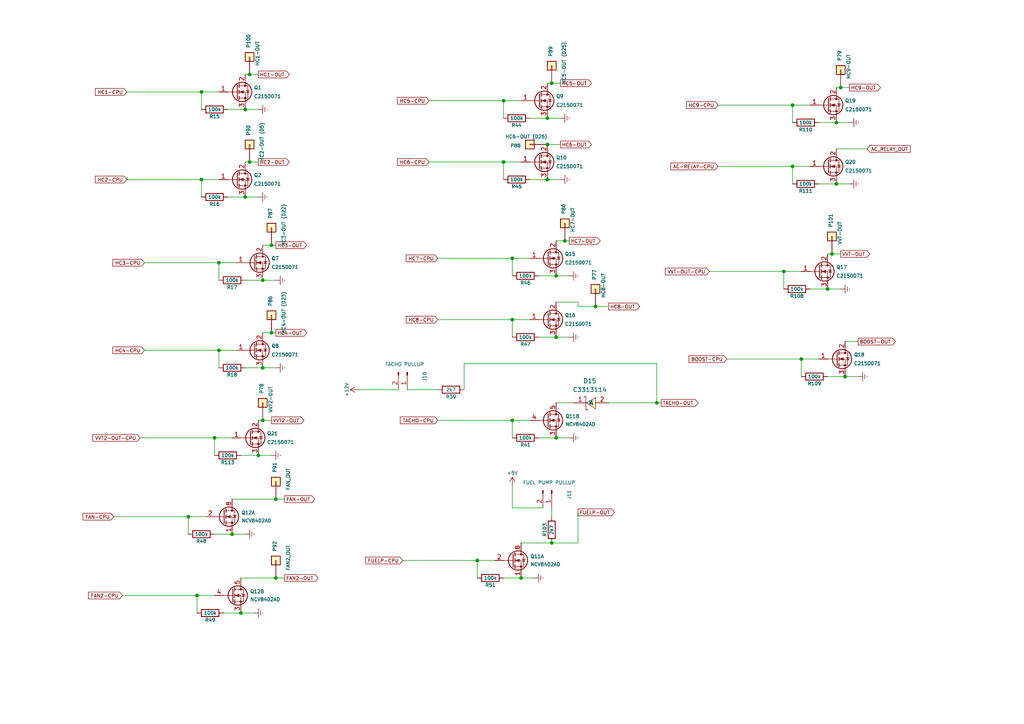
<source format=kicad_sch>
(kicad_sch (version 20231120) (generator "eeschema") (generator_version "8.0")
  (paper "A4")
  (lib_symbols
    (symbol "Connector:Conn_01x02_Pin" (pin_names (offset 1.016) hide)
      (property "Reference" "J" (at 0 2.54 0))
      (property "Value" "Conn_01x02_Pin" (at 0 -5.08 0))
      (symbol "Conn_01x02_Pin_1_1"
        (polyline (pts (xy 1.27 -2.54) (xy 0.8636 -2.54)) (stroke (width 0.1524)))
        (polyline (pts (xy 1.27 0) (xy 0.8636 0)) (stroke (width 0.1524)))
        (rectangle (start 0.8636 -2.413) (end 0 -2.667) (stroke (width 0.1524)) (fill (type outline)))
        (rectangle (start 0.8636 0.127) (end 0 -0.127) (stroke (width 0.1524)) (fill (type outline)))
        (pin passive line (at 5.08 0 180) (length 3.81) (name "Pin_1") (number "1"))
        (pin passive line (at 5.08 -2.54 180) (length 3.81) (name "Pin_2") (number "2"))
      )
    )
    (symbol "Device:Q_NMOS_GDS" (pin_names (offset 0) hide)
      (property "Reference" "Q" (at 5.08 1.27 0))
      (property "Value" "Q_NMOS_GDS" (at 5.08 -1.27 0))
      (symbol "Q_NMOS_GDS_0_1"
        (polyline (pts (xy 0.254 0) (xy -2.54 0)))
        (polyline (pts (xy 0.254 1.905) (xy 0.254 -1.905)) (stroke (width 0.254)))
        (polyline (pts (xy 0.762 -1.27) (xy 0.762 -2.286)) (stroke (width 0.254)))
        (polyline (pts (xy 0.762 0.508) (xy 0.762 -0.508)) (stroke (width 0.254)))
        (polyline (pts (xy 0.762 2.286) (xy 0.762 1.27)) (stroke (width 0.254)))
        (polyline (pts (xy 2.54 2.54) (xy 2.54 1.778)))
        (polyline (pts (xy 2.54 -2.54) (xy 2.54 0) (xy 0.762 0)))
        (polyline (pts (xy 0.762 -1.778) (xy 3.302 -1.778) (xy 3.302 1.778) (xy 0.762 1.778)))
        (polyline (pts (xy 1.016 0) (xy 2.032 0.381) (xy 2.032 -0.381) (xy 1.016 0)) (fill (type outline)))
        (polyline (pts (xy 2.794 0.508) (xy 2.921 0.381) (xy 3.683 0.381) (xy 3.81 0.254)))
        (polyline (pts (xy 3.302 0.381) (xy 2.921 -0.254) (xy 3.683 -0.254) (xy 3.302 0.381)))
        (circle (center 1.651 0) (radius 2.794) (stroke (width 0.254)))
        (circle (center 2.54 -1.778) (radius 0.254) (fill (type outline)))
        (circle (center 2.54 1.778) (radius 0.254) (fill (type outline)))
      )
      (symbol "Q_NMOS_GDS_1_1"
        (pin input line (at -5.08 0 0) (length 2.54) (name "G") (number "1"))
        (pin passive line (at 2.54 5.08 270) (length 2.54) (name "D") (number "2"))
        (pin passive line (at 2.54 -5.08 90) (length 2.54) (name "S") (number "3"))
      )
    )
    (symbol "Device:R" (pin_numbers hide) (pin_names (offset 0))
      (property "Reference" "R" (at 2.032 0 90))
      (property "Value" "R" (at 0 0 90))
      (symbol "R_0_1"
        (rectangle (start -1.016 -2.54) (end 1.016 2.54) (stroke (width 0.254)))
      )
      (symbol "R_1_1"
        (pin passive line (at 0 3.81 270) (length 1.27) (name "~") (number "1"))
        (pin passive line (at 0 -3.81 90) (length 1.27) (name "~") (number "2"))
      )
    )
    (symbol "STS2DNE60_1" (pin_names hide)
      (property "Reference" "Q" (at 5.08 1.905 0))
      (property "Value" "STS2DNE60" (at 5.08 0 0))
      (symbol "STS2DNE60_1_0_1"
        (polyline (pts (xy 0.254 0) (xy -2.54 0)))
        (polyline (pts (xy 0.254 1.905) (xy 0.254 -1.905)) (stroke (width 0.254)))
        (polyline (pts (xy 0.762 -1.27) (xy 0.762 -2.286)) (stroke (width 0.254)))
        (polyline (pts (xy 0.762 0.508) (xy 0.762 -0.508)) (stroke (width 0.254)))
        (polyline (pts (xy 0.762 2.286) (xy 0.762 1.27)) (stroke (width 0.254)))
        (polyline (pts (xy 2.54 2.54) (xy 2.54 1.778)))
        (polyline (pts (xy 2.54 -2.54) (xy 2.54 0) (xy 0.762 0)))
        (polyline (pts (xy 0.762 -1.778) (xy 3.302 -1.778) (xy 3.302 1.778) (xy 0.762 1.778)))
        (polyline (pts (xy 1.016 0) (xy 2.032 0.381) (xy 2.032 -0.381) (xy 1.016 0)) (fill (type outline)))
        (polyline (pts (xy 2.794 0.508) (xy 2.921 0.381) (xy 3.683 0.381) (xy 3.81 0.254)))
        (polyline (pts (xy 3.302 0.381) (xy 2.921 -0.254) (xy 3.683 -0.254) (xy 3.302 0.381)))
        (circle (center 1.651 0) (radius 2.794) (stroke (width 0.254)))
        (circle (center 2.54 -1.778) (radius 0.254) (fill (type outline)))
        (circle (center 2.54 1.778) (radius 0.254) (fill (type outline)))
      )
      (symbol "STS2DNE60_1_1_1"
        (pin passive line (at 2.54 -5.08 90) (length 2.54) (name "S1") (number "1"))
        (pin passive line (at -5.08 0 0) (length 2.54) (name "G1") (number "2"))
        (pin passive line (at 2.54 5.08 270) (length 2.54) (name "D1") (number "7"))
        (pin passive line (at 2.54 5.08 270) (length 2.54) hide (name "D1") (number "8"))
      )
      (symbol "STS2DNE60_1_2_1"
        (pin passive line (at 2.54 -5.08 90) (length 2.54) (name "S2") (number "3"))
        (pin passive line (at -5.08 0 0) (length 2.54) (name "G2") (number "4"))
        (pin passive line (at 2.54 5.08 270) (length 2.54) (name "D2") (number "5"))
        (pin passive line (at 2.54 5.08 270) (length 2.54) hide (name "D2") (number "6"))
      )
    )
    (symbol "Transistor_FET:STS2DNE60" (pin_names hide)
      (property "Reference" "Q" (at 5.08 1.905 0))
      (property "Value" "STS2DNE60" (at 5.08 0 0))
      (symbol "STS2DNE60_0_1"
        (polyline (pts (xy 0.254 0) (xy -2.54 0)))
        (polyline (pts (xy 0.254 1.905) (xy 0.254 -1.905)) (stroke (width 0.254)))
        (polyline (pts (xy 0.762 -1.27) (xy 0.762 -2.286)) (stroke (width 0.254)))
        (polyline (pts (xy 0.762 0.508) (xy 0.762 -0.508)) (stroke (width 0.254)))
        (polyline (pts (xy 0.762 2.286) (xy 0.762 1.27)) (stroke (width 0.254)))
        (polyline (pts (xy 2.54 2.54) (xy 2.54 1.778)))
        (polyline (pts (xy 2.54 -2.54) (xy 2.54 0) (xy 0.762 0)))
        (polyline (pts (xy 0.762 -1.778) (xy 3.302 -1.778) (xy 3.302 1.778) (xy 0.762 1.778)))
        (polyline (pts (xy 1.016 0) (xy 2.032 0.381) (xy 2.032 -0.381) (xy 1.016 0)) (fill (type outline)))
        (polyline (pts (xy 2.794 0.508) (xy 2.921 0.381) (xy 3.683 0.381) (xy 3.81 0.254)))
        (polyline (pts (xy 3.302 0.381) (xy 2.921 -0.254) (xy 3.683 -0.254) (xy 3.302 0.381)))
        (circle (center 1.651 0) (radius 2.794) (stroke (width 0.254)))
        (circle (center 2.54 -1.778) (radius 0.254) (fill (type outline)))
        (circle (center 2.54 1.778) (radius 0.254) (fill (type outline)))
      )
      (symbol "STS2DNE60_1_1"
        (pin passive line (at 2.54 -5.08 90) (length 2.54) (name "S1") (number "1"))
        (pin passive line (at -5.08 0 0) (length 2.54) (name "G1") (number "2"))
        (pin passive line (at 2.54 5.08 270) (length 2.54) hide (name "D1") (number "7"))
        (pin passive line (at 2.54 5.08 270) (length 2.54) (name "D1") (number "8"))
      )
      (symbol "STS2DNE60_2_1"
        (pin passive line (at 2.54 -5.08 90) (length 2.54) (name "S2") (number "3"))
        (pin passive line (at -5.08 0 0) (length 2.54) (name "G2") (number "4"))
        (pin passive line (at 2.54 5.08 270) (length 2.54) (name "D2") (number "5"))
        (pin passive line (at 2.54 5.08 270) (length 2.54) hide (name "D2") (number "6"))
      )
    )
    (symbol "easyeda2kicad:1PS79SB70,115"
      (property "Reference" "D" (at 0 5.08 0))
      (property "Value" "1PS79SB70,115" (at 0 -5.08 0))
      (symbol "1PS79SB70,115_0_1"
        (polyline (pts (xy 1.27 1.52) (xy -1.27 0) (xy 1.27 -1.78) (xy 1.27 1.52)) (fill (type background)))
        (polyline (pts (xy -2.03 1.52) (xy -2.03 1.78) (xy -1.52 1.78) (xy -1.52 -2.03) (xy -1.02 -2.03) (xy -1.02 -1.78)))
        (pin unspecified line (at -5.08 0 0) (length 3.81) (name "K") (number "1"))
        (pin unspecified line (at 5.08 0 180) (length 3.81) (name "A") (number "2"))
      )
    )
    (symbol "misc:Pad" (pin_numbers hide) (pin_names (offset 1.016) hide)
      (property "Reference" "P" (at 2.54 0 0))
      (symbol "Pad_1_1"
        (rectangle (start -1.27 0.127) (end 0 -0.127) (stroke (width 0.1524)))
        (rectangle (start -1.27 1.27) (end 1.27 -1.27) (stroke (width 0.254)) (fill (type background)))
        (pin passive line (at -5.08 0 0) (length 3.81) (name "Pin_1") (number "1"))
      )
    )
    (symbol "power:+12V" (power) (pin_names (offset 0))
      (property "Value" "+12V" (at 0 3.556 0))
      (symbol "+12V_0_1"
        (polyline (pts (xy -0.762 1.27) (xy 0 2.54)))
        (polyline (pts (xy 0 0) (xy 0 2.54)))
        (polyline (pts (xy 0 2.54) (xy 0.762 1.27)))
      )
      (symbol "+12V_1_1"
        (pin power_in line (at 0 0 90) (length 0) hide (name "+12V") (number "1"))
      )
    )
    (symbol "power:+5V" (power) (pin_names (offset 0))
      (property "Value" "+5V" (at 0 3.556 0))
      (symbol "+5V_0_1"
        (polyline (pts (xy -0.762 1.27) (xy 0 2.54)))
        (polyline (pts (xy 0 0) (xy 0 2.54)))
        (polyline (pts (xy 0 2.54) (xy 0.762 1.27)))
      )
      (symbol "+5V_1_1"
        (pin power_in line (at 0 0 90) (length 0) hide (name "+5V") (number "1"))
      )
    )
    (symbol "power:Earth" (power) (pin_names (offset 0))
      (symbol "Earth_0_1"
        (polyline (pts (xy -0.635 -1.905) (xy 0.635 -1.905)))
        (polyline (pts (xy -0.127 -2.54) (xy 0.127 -2.54)))
        (polyline (pts (xy 0 -1.27) (xy 0 0)))
        (polyline (pts (xy 1.27 -1.27) (xy -1.27 -1.27)))
      )
      (symbol "Earth_1_1"
        (pin power_in line (at 0 0 270) (length 0) hide (name "Earth") (number "1"))
      )
    )
  )
  (junction (at 58.42 26.67))
  (junction (at 146.05 46.99))
  (junction (at 148.59 92.71))
  (junction (at 158.75 41.91))
  (junction (at 67.31 154.94))
  (junction (at 243.84 25.4))
  (junction (at 161.29 127))
  (junction (at 245.11 109.22))
  (junction (at 76.2 81.28))
  (junction (at 63.5 76.2))
  (junction (at 146.05 29.21))
  (junction (at 160.02 157.48))
  (junction (at 229.87 48.26))
  (junction (at 242.57 35.56))
  (junction (at 158.75 34.29))
  (junction (at 160.02 24.13))
  (junction (at 172.72 88.9))
  (junction (at 76.2 121.92))
  (junction (at 80.01 167.64))
  (junction (at 72.39 21.59))
  (junction (at 232.41 104.14))
  (junction (at 72.39 46.99))
  (junction (at 63.5 101.6))
  (junction (at 229.87 30.48))
  (junction (at 151.13 167.64))
  (junction (at 138.43 162.56))
  (junction (at 74.93 132.08))
  (junction (at 161.29 80.01))
  (junction (at 227.33 78.74))
  (junction (at 161.29 97.79))
  (junction (at 240.03 83.82))
  (junction (at 163.83 69.85))
  (junction (at 148.59 121.92))
  (junction (at 69.85 177.8))
  (junction (at 78.74 71.12))
  (junction (at 58.42 52.07))
  (junction (at 54.61 149.86))
  (junction (at 158.75 52.07))
  (junction (at 78.74 96.52))
  (junction (at 148.59 74.93))
  (junction (at 76.2 106.68))
  (junction (at 62.23 127))
  (junction (at 241.3 73.66))
  (junction (at 190.5 116.84))
  (junction (at 57.15 172.72))
  (junction (at 80.01 144.78))
  (junction (at 71.12 31.75))
  (junction (at 242.57 53.34))
  (junction (at 71.12 57.15))
  (wire (pts (xy 229.87 35.56) (xy 229.87 30.48)))
  (wire (pts (xy 160.02 147.32) (xy 160.02 149.86)))
  (wire (pts (xy 36.83 26.67) (xy 58.42 26.67)))
  (wire (pts (xy 63.5 81.28) (xy 63.5 76.2)))
  (wire (pts (xy 33.02 149.86) (xy 54.61 149.86)))
  (wire (pts (xy 71.12 81.28) (xy 76.2 81.28)))
  (wire (pts (xy 124.46 29.21) (xy 146.05 29.21)))
  (wire (pts (xy 148.59 97.79) (xy 148.59 92.71)))
  (wire (pts (xy 58.42 57.15) (xy 58.42 52.07)))
  (wire (pts (xy 54.61 154.94) (xy 54.61 149.86)))
  (wire (pts (xy 167.64 157.48) (xy 160.02 157.48)))
  (wire (pts (xy 148.59 140.97) (xy 148.59 147.32)))
  (wire (pts (xy 57.15 172.72) (xy 62.23 172.72)))
  (wire (pts (xy 104.14 113.03) (xy 115.57 113.03)))
  (wire (pts (xy 161.29 80.01) (xy 165.1 80.01)))
  (wire (pts (xy 237.49 35.56) (xy 242.57 35.56)))
  (wire (pts (xy 242.57 53.34) (xy 246.38 53.34)))
  (wire (pts (xy 243.84 25.4) (xy 246.38 25.4)))
  (wire (pts (xy 69.85 167.64) (xy 80.01 167.64)))
  (wire (pts (xy 134.62 105.41) (xy 190.5 105.41)))
  (wire (pts (xy 245.11 109.22) (xy 248.92 109.22)))
  (wire (pts (xy 146.05 52.07) (xy 146.05 46.99)))
  (wire (pts (xy 80.01 167.64) (xy 82.55 167.64)))
  (wire (pts (xy 156.21 80.01) (xy 161.29 80.01)))
  (wire (pts (xy 245.11 99.06) (xy 248.92 99.06)))
  (wire (pts (xy 138.43 162.56) (xy 143.51 162.56)))
  (wire (pts (xy 76.2 71.12) (xy 78.74 71.12)))
  (wire (pts (xy 134.62 105.41) (xy 134.62 113.03)))
  (wire (pts (xy 146.05 46.99) (xy 151.13 46.99)))
  (wire (pts (xy 242.57 43.18) (xy 251.46 43.18)))
  (wire (pts (xy 166.37 116.84) (xy 161.29 116.84)))
  (wire (pts (xy 163.83 69.85) (xy 165.1 69.85)))
  (wire (pts (xy 148.59 80.01) (xy 148.59 74.93)))
  (wire (pts (xy 66.04 57.15) (xy 71.12 57.15)))
  (wire (pts (xy 72.39 21.59) (xy 74.93 21.59)))
  (wire (pts (xy 232.41 109.22) (xy 232.41 104.14)))
  (wire (pts (xy 58.42 26.67) (xy 63.5 26.67)))
  (wire (pts (xy 127 121.92) (xy 148.59 121.92)))
  (wire (pts (xy 156.21 127) (xy 161.29 127)))
  (wire (pts (xy 161.29 69.85) (xy 163.83 69.85)))
  (wire (pts (xy 208.28 48.26) (xy 229.87 48.26)))
  (wire (pts (xy 146.05 34.29) (xy 146.05 29.21)))
  (wire (pts (xy 167.64 148.59) (xy 167.64 157.48)))
  (wire (pts (xy 138.43 167.64) (xy 138.43 162.56)))
  (wire (pts (xy 69.85 177.8) (xy 73.66 177.8)))
  (wire (pts (xy 127 92.71) (xy 148.59 92.71)))
  (wire (pts (xy 69.85 132.08) (xy 74.93 132.08)))
  (wire (pts (xy 41.91 76.2) (xy 63.5 76.2)))
  (wire (pts (xy 71.12 57.15) (xy 74.93 57.15)))
  (wire (pts (xy 71.12 106.68) (xy 76.2 106.68)))
  (wire (pts (xy 63.5 101.6) (xy 68.58 101.6)))
  (wire (pts (xy 190.5 116.84) (xy 191.77 116.84)))
  (wire (pts (xy 167.64 87.63) (xy 161.29 87.63)))
  (wire (pts (xy 210.82 104.14) (xy 232.41 104.14)))
  (wire (pts (xy 153.67 34.29) (xy 158.75 34.29)))
  (wire (pts (xy 158.75 24.13) (xy 160.02 24.13)))
  (wire (pts (xy 241.3 73.66) (xy 243.84 73.66)))
  (wire (pts (xy 229.87 48.26) (xy 234.95 48.26)))
  (wire (pts (xy 62.23 132.08) (xy 62.23 127)))
  (wire (pts (xy 227.33 78.74) (xy 232.41 78.74)))
  (wire (pts (xy 76.2 121.92) (xy 78.74 121.92)))
  (wire (pts (xy 156.21 97.79) (xy 161.29 97.79)))
  (wire (pts (xy 148.59 92.71) (xy 153.67 92.71)))
  (wire (pts (xy 242.57 25.4) (xy 243.84 25.4)))
  (wire (pts (xy 153.67 52.07) (xy 158.75 52.07)))
  (wire (pts (xy 41.91 101.6) (xy 63.5 101.6)))
  (wire (pts (xy 229.87 30.48) (xy 234.95 30.48)))
  (wire (pts (xy 146.05 29.21) (xy 151.13 29.21)))
  (wire (pts (xy 237.49 53.34) (xy 242.57 53.34)))
  (wire (pts (xy 240.03 73.66) (xy 241.3 73.66)))
  (wire (pts (xy 116.84 162.56) (xy 138.43 162.56)))
  (wire (pts (xy 118.11 113.03) (xy 127 113.03)))
  (wire (pts (xy 58.42 31.75) (xy 58.42 26.67)))
  (wire (pts (xy 151.13 157.48) (xy 160.02 157.48)))
  (wire (pts (xy 158.75 52.07) (xy 162.56 52.07)))
  (wire (pts (xy 72.39 46.99) (xy 74.93 46.99)))
  (wire (pts (xy 78.74 96.52) (xy 80.01 96.52)))
  (wire (pts (xy 58.42 52.07) (xy 63.5 52.07)))
  (wire (pts (xy 167.64 88.9) (xy 172.72 88.9)))
  (wire (pts (xy 146.05 167.64) (xy 151.13 167.64)))
  (wire (pts (xy 35.56 172.72) (xy 57.15 172.72)))
  (wire (pts (xy 71.12 46.99) (xy 72.39 46.99)))
  (wire (pts (xy 71.12 21.59) (xy 72.39 21.59)))
  (wire (pts (xy 74.93 132.08) (xy 78.74 132.08)))
  (wire (pts (xy 63.5 106.68) (xy 63.5 101.6)))
  (wire (pts (xy 208.28 30.48) (xy 229.87 30.48)))
  (wire (pts (xy 160.02 24.13) (xy 162.56 24.13)))
  (wire (pts (xy 240.03 83.82) (xy 243.84 83.82)))
  (wire (pts (xy 64.77 177.8) (xy 69.85 177.8)))
  (wire (pts (xy 62.23 127) (xy 67.31 127)))
  (wire (pts (xy 76.2 106.68) (xy 80.01 106.68)))
  (wire (pts (xy 158.75 34.29) (xy 162.56 34.29)))
  (wire (pts (xy 242.57 35.56) (xy 246.38 35.56)))
  (wire (pts (xy 148.59 121.92) (xy 153.67 121.92)))
  (wire (pts (xy 229.87 53.34) (xy 229.87 48.26)))
  (wire (pts (xy 148.59 127) (xy 148.59 121.92)))
  (wire (pts (xy 80.01 144.78) (xy 82.55 144.78)))
  (wire (pts (xy 127 74.93) (xy 148.59 74.93)))
  (wire (pts (xy 62.23 154.94) (xy 67.31 154.94)))
  (wire (pts (xy 205.74 78.74) (xy 227.33 78.74)))
  (wire (pts (xy 167.64 88.9) (xy 167.64 87.63)))
  (wire (pts (xy 151.13 167.64) (xy 154.94 167.64)))
  (wire (pts (xy 158.75 41.91) (xy 162.56 41.91)))
  (wire (pts (xy 76.2 96.52) (xy 78.74 96.52)))
  (wire (pts (xy 161.29 127) (xy 165.1 127)))
  (wire (pts (xy 40.64 127) (xy 62.23 127)))
  (wire (pts (xy 57.15 177.8) (xy 57.15 172.72)))
  (wire (pts (xy 190.5 105.41) (xy 190.5 116.84)))
  (wire (pts (xy 36.83 52.07) (xy 58.42 52.07)))
  (wire (pts (xy 148.59 74.93) (xy 153.67 74.93)))
  (wire (pts (xy 232.41 104.14) (xy 237.49 104.14)))
  (wire (pts (xy 54.61 149.86) (xy 59.69 149.86)))
  (wire (pts (xy 63.5 76.2) (xy 68.58 76.2)))
  (wire (pts (xy 67.31 144.78) (xy 80.01 144.78)))
  (wire (pts (xy 76.2 81.28) (xy 80.01 81.28)))
  (wire (pts (xy 124.46 46.99) (xy 146.05 46.99)))
  (wire (pts (xy 176.53 116.84) (xy 190.5 116.84)))
  (wire (pts (xy 234.95 83.82) (xy 240.03 83.82)))
  (wire (pts (xy 240.03 109.22) (xy 245.11 109.22)))
  (wire (pts (xy 161.29 97.79) (xy 165.1 97.79)))
  (wire (pts (xy 67.31 154.94) (xy 71.12 154.94)))
  (wire (pts (xy 66.04 31.75) (xy 71.12 31.75)))
  (wire (pts (xy 148.59 147.32) (xy 157.48 147.32)))
  (wire (pts (xy 172.72 88.9) (xy 176.53 88.9)))
  (wire (pts (xy 78.74 71.12) (xy 80.01 71.12)))
  (wire (pts (xy 74.93 121.92) (xy 76.2 121.92)))
  (wire (pts (xy 71.12 31.75) (xy 74.93 31.75)))
  (wire (pts (xy 227.33 83.82) (xy 227.33 78.74)))
  (global_label "FUELP-CPU" (shape input) (at 116.84 162.56 180) (effects (font (size 1 1))) (property "Intersheetrefs" "${INTERSHEET_REFS}" (effects (hide yes))))
  (global_label "HC2-CPU" (shape input) (at 36.83 52.07 180) (effects (font (size 1 1))) (property "Intersheetrefs" "${INTERSHEET_REFS}" (effects (hide yes))))
  (global_label "HC2-OUT" (shape output) (at 74.93 46.99 0) (effects (font (size 1 1))) (property "Intersheetrefs" "${INTERSHEET_REFS}" (effects (hide yes))))
  (global_label "FAN2-CPU" (shape input) (at 35.56 172.72 180) (effects (font (size 1 1))) (property "Intersheetrefs" "${INTERSHEET_REFS}" (effects (hide yes))))
  (global_label "HC6-CPU" (shape input) (at 124.46 46.99 180) (effects (font (size 1 1))) (property "Intersheetrefs" "${INTERSHEET_REFS}" (effects (hide yes))))
  (global_label "HC7-CPU" (shape input) (at 127 74.93 180) (effects (font (size 1 1))) (property "Intersheetrefs" "${INTERSHEET_REFS}" (effects (hide yes))))
  (global_label "TACHO-CPU" (shape input) (at 127 121.92 180) (effects (font (size 1 1))) (property "Intersheetrefs" "${INTERSHEET_REFS}" (effects (hide yes))))
  (global_label "AC_RELAY_OUT" (shape input) (at 251.46 43.18 0) (effects (font (size 1 1))) (property "Intersheetrefs" "${INTERSHEET_REFS}" (effects (hide yes))))
  (global_label "HC5-OUT" (shape output) (at 162.56 24.13 0) (effects (font (size 1 1))) (property "Intersheetrefs" "${INTERSHEET_REFS}" (effects (hide yes))))
  (global_label "HC5-CPU" (shape input) (at 124.46 29.21 180) (effects (font (size 1 1))) (property "Intersheetrefs" "${INTERSHEET_REFS}" (effects (hide yes))))
  (global_label "FAN-CPU" (shape input) (at 33.02 149.86 180) (effects (font (size 1 1))) (property "Intersheetrefs" "${INTERSHEET_REFS}" (effects (hide yes))))
  (global_label "HC9-OUT" (shape output) (at 246.38 25.4 0) (effects (font (size 1 1))) (property "Intersheetrefs" "${INTERSHEET_REFS}" (effects (hide yes))))
  (global_label "VVT2-OUT-CPU" (shape input) (at 40.64 127 180) (effects (font (size 1 1))) (property "Intersheetrefs" "${INTERSHEET_REFS}" (effects (hide yes))))
  (global_label "HC4-CPU" (shape input) (at 41.91 101.6 180) (effects (font (size 1 1))) (property "Intersheetrefs" "${INTERSHEET_REFS}" (effects (hide yes))))
  (global_label "HC1-CPU" (shape input) (at 36.83 26.67 180) (effects (font (size 1 1))) (property "Intersheetrefs" "${INTERSHEET_REFS}" (effects (hide yes))))
  (global_label "BOOST-CPU" (shape input) (at 210.82 104.14 180) (effects (font (size 1 1))) (property "Intersheetrefs" "${INTERSHEET_REFS}" (effects (hide yes))))
  (global_label "FAN-OUT" (shape output) (at 82.55 144.78 0) (effects (font (size 1 1))) (property "Intersheetrefs" "${INTERSHEET_REFS}" (effects (hide yes))))
  (global_label "BOOST-OUT" (shape output) (at 248.92 99.06 0) (effects (font (size 1 1))) (property "Intersheetrefs" "${INTERSHEET_REFS}" (effects (hide yes))))
  (global_label "HC6-OUT" (shape output) (at 162.56 41.91 0) (effects (font (size 1 1))) (property "Intersheetrefs" "${INTERSHEET_REFS}" (effects (hide yes))))
  (global_label "VVT-OUT-CPU" (shape input) (at 205.74 78.74 180) (effects (font (size 1 1))) (property "Intersheetrefs" "${INTERSHEET_REFS}" (effects (hide yes))))
  (global_label "HC8-CPU" (shape input) (at 127 92.71 180) (effects (font (size 1 1))) (property "Intersheetrefs" "${INTERSHEET_REFS}" (effects (hide yes))))
  (global_label "VVT2-OUT" (shape output) (at 78.74 121.92 0) (effects (font (size 1 1))) (property "Intersheetrefs" "${INTERSHEET_REFS}" (effects (hide yes))))
  (global_label "VVT-OUT" (shape output) (at 243.84 73.66 0) (effects (font (size 1 1))) (property "Intersheetrefs" "${INTERSHEET_REFS}" (effects (hide yes))))
  (global_label "AC-RELAY-CPU" (shape input) (at 208.28 48.26 180) (effects (font (size 1 1))) (property "Intersheetrefs" "${INTERSHEET_REFS}" (effects (hide yes))))
  (global_label "HC4-OUT" (shape output) (at 80.01 96.52 0) (effects (font (size 1 1))) (property "Intersheetrefs" "${INTERSHEET_REFS}" (effects (hide yes))))
  (global_label "HC7-OUT" (shape output) (at 165.1 69.85 0) (effects (font (size 1 1))) (property "Intersheetrefs" "${INTERSHEET_REFS}" (effects (hide yes))))
  (global_label "HC1-OUT" (shape output) (at 74.93 21.59 0) (effects (font (size 1 1))) (property "Intersheetrefs" "${INTERSHEET_REFS}" (effects (hide yes))))
  (global_label "HC8-OUT" (shape output) (at 176.53 88.9 0) (effects (font (size 1 1))) (property "Intersheetrefs" "${INTERSHEET_REFS}" (effects (hide yes))))
  (global_label "HC3-CPU" (shape input) (at 41.91 76.2 180) (effects (font (size 1 1))) (property "Intersheetrefs" "${INTERSHEET_REFS}" (effects (hide yes))))
  (global_label "HC9-CPU" (shape input) (at 208.28 30.48 180) (effects (font (size 1 1))) (property "Intersheetrefs" "${INTERSHEET_REFS}" (effects (hide yes))))
  (global_label "FAN2-OUT" (shape output) (at 82.55 167.64 0) (effects (font (size 1 1))) (property "Intersheetrefs" "${INTERSHEET_REFS}" (effects (hide yes))))
  (global_label "HC3-OUT" (shape output) (at 80.01 71.12 0) (effects (font (size 1 1))) (property "Intersheetrefs" "${INTERSHEET_REFS}" (effects (hide yes))))
  (global_label "FUELP-OUT" (shape output) (at 167.64 148.59 0) (effects (font (size 1 1))) (property "Intersheetrefs" "${INTERSHEET_REFS}" (effects (hide yes))))
  (global_label "TACHO-OUT" (shape output) (at 191.77 116.84 0) (effects (font (size 1 1))) (property "Intersheetrefs" "${INTERSHEET_REFS}" (effects (hide yes))))
  (symbol (lib_id "misc:Pad") (at 241.3 68.58 90) (unit 1) (in_bom no)
    (property "Reference" "P101" (at 240.969 65.9861 0) (effects (font (size 1 1)) (justify left)))
    (property "Value" "VVT-OUT" (at 243.586 67.564 0) (effects (font (size 1 1))))
    (property "Footprint" "TestPoint:TestPoint_THTPad_1.5x1.5mm_Drill0.7mm" (effects (hide yes)))
    (property "Rot" "0" (effects (hide yes)))
    (property "label" "VVT-OUT (D4)" (effects (hide yes)))
  )
  (symbol (lib_id "Device:R") (at 142.24 167.64 270) (unit 1)
    (property "Reference" "R51" (at 142.24 169.672 90) (effects (font (size 1 1))))
    (property "Value" "100k" (at 142.24 167.64 90) (effects (font (size 1 1))))
    (property "Footprint" "easyeda2kicad:R0603" (effects (hide yes)))
    (property "MPN" "C25803" (effects (hide yes)))
    (property "LCSC" "C25803" (effects (hide yes)))
    (property "Rot" "0" (effects (hide yes)))
  )
  (symbol (lib_id "Device:Q_NMOS_GDS") (at 158.75 92.71 0) (unit 1)
    (property "Reference" "Q16" (at 163.83 91.44 0) (effects (font (size 1 1)) (justify left)))
    (property "Value" "C2150071" (at 163.83 93.98 0) (effects (font (size 1 1)) (justify left)))
    (property "Footprint" "easyeda2kicad:TO-252-2_L6.5-W6.2-P4.57-LS10.0-BR-CW" (effects (hide yes)))
    (property "MPN" "C2150071" (effects (hide yes)))
    (property "LCSC" "C2150071" (effects (hide yes)))
    (property "Rot" "0" (effects (hide yes)))
  )
  (symbol (lib_id "Device:R") (at 152.4 127 270) (unit 1)
    (property "Reference" "R41" (at 152.4 129.032 90) (effects (font (size 1 1))))
    (property "Value" "100k" (at 152.4 127 90) (effects (font (size 1 1))))
    (property "Footprint" "easyeda2kicad:R0603" (effects (hide yes)))
    (property "MPN" "C25803" (effects (hide yes)))
    (property "LCSC" "C25803" (effects (hide yes)))
    (property "Rot" "0" (effects (hide yes)))
  )
  (symbol (lib_id "power:Earth") (at 162.56 52.07 90) (unit 1)
    (property "Reference" "#PWR075" (effects (hide yes)))
    (property "Value" "Earth" (effects (hide yes)))
  )
  (symbol (lib_id "power:Earth") (at 165.1 97.79 90) (unit 1)
    (property "Reference" "#PWR081" (effects (hide yes)))
    (property "Value" "Earth" (effects (hide yes)))
  )
  (symbol (lib_id "misc:Pad") (at 72.39 16.51 90) (unit 1) (in_bom no)
    (property "Reference" "P100" (at 72.059 13.9161 0) (effects (font (size 1 1)) (justify left)))
    (property "Value" "HC1-OUT" (at 74.676 15.494 0) (effects (font (size 1 1))))
    (property "Footprint" "TestPoint:TestPoint_THTPad_1.5x1.5mm_Drill0.7mm" (effects (hide yes)))
    (property "Rot" "0" (effects (hide yes)))
    (property "label" "HC1-OUT (D6)" (effects (hide yes)))
  )
  (symbol (lib_id "power:Earth") (at 165.1 80.01 90) (unit 1)
    (property "Reference" "#PWR076" (effects (hide yes)))
    (property "Value" "Earth" (effects (hide yes)))
  )
  (symbol (lib_id "power:Earth") (at 74.93 31.75 90) (unit 1)
    (property "Reference" "#PWR046" (effects (hide yes)))
    (property "Value" "Earth" (effects (hide yes)))
  )
  (symbol (lib_id "Device:R") (at 152.4 80.01 270) (unit 1)
    (property "Reference" "R46" (at 152.4 82.042 90) (effects (font (size 1 1))))
    (property "Value" "100k" (at 152.4 80.01 90) (effects (font (size 1 1))))
    (property "Footprint" "easyeda2kicad:R0603" (effects (hide yes)))
    (property "MPN" "C25803" (effects (hide yes)))
    (property "LCSC" "C25803" (effects (hide yes)))
    (property "Rot" "0" (effects (hide yes)))
  )
  (symbol (lib_id "power:Earth") (at 246.38 53.34 90) (unit 1)
    (property "Reference" "#PWR0130" (effects (hide yes)))
    (property "Value" "Earth" (effects (hide yes)))
  )
  (symbol (lib_id "power:Earth") (at 246.38 35.56 90) (unit 1)
    (property "Reference" "#PWR0128" (effects (hide yes)))
    (property "Value" "Earth" (effects (hide yes)))
  )
  (symbol (lib_id "power:Earth") (at 162.56 34.29 90) (unit 1)
    (property "Reference" "#PWR074" (effects (hide yes)))
    (property "Value" "Earth" (effects (hide yes)))
  )
  (symbol (lib_id "Device:Q_NMOS_GDS") (at 68.58 26.67 0) (unit 1)
    (property "Reference" "Q1" (at 73.66 25.4 0) (effects (font (size 1 1)) (justify left)))
    (property "Value" "C2150071" (at 73.66 27.94 0) (effects (font (size 1 1)) (justify left)))
    (property "Footprint" "easyeda2kicad:TO-252-2_L6.5-W6.2-P4.57-LS10.0-BR-CW" (effects (hide yes)))
    (property "MPN" "C2150071" (effects (hide yes)))
    (property "LCSC" "C2150071" (effects (hide yes)))
    (property "Rot" "0" (effects (hide yes)))
  )
  (symbol (lib_id "power:+5V") (at 148.59 140.97 0) (unit 1)
    (property "Reference" "#PWR088" (effects (hide yes)))
    (property "Value" "+5V" (at 148.59 137.16 0) (effects (font (size 1 1))))
  )
  (symbol (lib_id "Device:Q_NMOS_GDS") (at 237.49 78.74 0) (unit 1)
    (property "Reference" "Q17" (at 242.57 77.47 0) (effects (font (size 1 1)) (justify left)))
    (property "Value" "C2150071" (at 242.57 80.01 0) (effects (font (size 1 1)) (justify left)))
    (property "Footprint" "easyeda2kicad:TO-252-2_L6.5-W6.2-P4.57-LS10.0-BR-CW" (effects (hide yes)))
    (property "MPN" "C2150071" (effects (hide yes)))
    (property "LCSC" "C2150071" (effects (hide yes)))
    (property "Rot" "0" (effects (hide yes)))
  )
  (symbol (lib_id "power:Earth") (at 78.74 132.08 90) (unit 1)
    (property "Reference" "#PWR0169" (effects (hide yes)))
    (property "Value" "Earth" (effects (hide yes)))
  )
  (symbol (lib_id "power:Earth") (at 248.92 109.22 90) (unit 1)
    (property "Reference" "#PWR0127" (effects (hide yes)))
    (property "Value" "Earth" (effects (hide yes)))
  )
  (symbol (lib_id "misc:Pad") (at 172.72 83.82 90) (unit 1) (in_bom no)
    (property "Reference" "P77" (at 172.389 81.2261 0) (effects (font (size 1 1)) (justify left)))
    (property "Value" "HC8-OUT" (at 175.006 82.804 0) (effects (font (size 1 1))))
    (property "Footprint" "TestPoint:TestPoint_THTPad_1.5x1.5mm_Drill0.7mm" (effects (hide yes)))
    (property "Rot" "0" (effects (hide yes)))
    (property "label" "HC8-OUT(D28)" (effects (hide yes)))
  )
  (symbol (lib_id "Device:R") (at 149.86 34.29 270) (unit 1)
    (property "Reference" "R44" (at 149.86 36.322 90) (effects (font (size 1 1))))
    (property "Value" "100k" (at 149.86 34.29 90) (effects (font (size 1 1))))
    (property "Footprint" "easyeda2kicad:R0603" (effects (hide yes)))
    (property "MPN" "C25803" (effects (hide yes)))
    (property "LCSC" "C25803" (effects (hide yes)))
    (property "Rot" "0" (effects (hide yes)))
  )
  (symbol (lib_id "misc:Pad") (at 80.01 139.7 90) (unit 1) (in_bom no)
    (property "Reference" "P91" (at 79.679 137.1061 0) (effects (font (size 1 1)) (justify left)))
    (property "Value" "FAN_OUT" (at 83.566 138.938 0) (effects (font (size 1 1))))
    (property "Footprint" "TestPoint:TestPoint_THTPad_1.5x1.5mm_Drill0.7mm" (effects (hide yes)))
    (property "Rot" "0" (effects (hide yes)))
  )
  (symbol (lib_id "misc:Pad") (at 163.83 64.77 90) (unit 1) (in_bom no)
    (property "Reference" "P80" (at 163.499 62.1761 0) (effects (font (size 1 1)) (justify left)))
    (property "Value" "HC7-OUT" (at 166.116 63.754 0) (effects (font (size 1 1))))
    (property "Footprint" "TestPoint:TestPoint_THTPad_1.5x1.5mm_Drill0.7mm" (effects (hide yes)))
    (property "Rot" "0" (effects (hide yes)))
    (property "label" "HC7-OUT (D27)" (effects (hide yes)))
  )
  (symbol (lib_id "Device:R") (at 231.14 83.82 270) (unit 1)
    (property "Reference" "R108" (at 231.14 85.852 90) (effects (font (size 1 1))))
    (property "Value" "100k" (at 231.14 83.82 90) (effects (font (size 1 1))))
    (property "Footprint" "easyeda2kicad:R0603" (effects (hide yes)))
    (property "MPN" "C25803" (effects (hide yes)))
    (property "LCSC" "C25803" (effects (hide yes)))
    (property "Rot" "0" (effects (hide yes)))
  )
  (symbol (lib_id "Device:R") (at 58.42 154.94 270) (unit 1)
    (property "Reference" "R48" (at 58.42 156.972 90) (effects (font (size 1 1))))
    (property "Value" "100k" (at 58.42 154.94 90) (effects (font (size 1 1))))
    (property "Footprint" "easyeda2kicad:R0603" (effects (hide yes)))
    (property "MPN" "C25803" (effects (hide yes)))
    (property "LCSC" "C25803" (effects (hide yes)))
    (property "Rot" "0" (effects (hide yes)))
  )
  (symbol (lib_id "Connector:Conn_01x02_Pin") (at 160.02 142.24 270) (unit 1) (in_bom no)
    (property "Reference" "J11" (at 165.1 143.51 0) (effects (font (size 1 1))))
    (property "Value" "FUEL PUMP PULLUP" (at 159.258 139.954 90) (effects (font (size 1 1))))
    (property "Footprint" "Connector_PinHeader_2.54mm:PinHeader_1x02_P2.54mm_Vertical" (effects (hide yes)))
    (property "Rot" "0" (effects (hide yes)))
  )
  (symbol (lib_id "Device:R") (at 236.22 109.22 270) (unit 1)
    (property "Reference" "R109" (at 236.22 111.252 90) (effects (font (size 1 1))))
    (property "Value" "100k" (at 236.22 109.22 90) (effects (font (size 1 1))))
    (property "Footprint" "easyeda2kicad:R0603" (effects (hide yes)))
    (property "MPN" "C25803" (effects (hide yes)))
    (property "LCSC" "C25803" (effects (hide yes)))
    (property "Rot" "0" (effects (hide yes)))
  )
  (symbol (lib_id "misc:Pad") (at 243.84 20.32 90) (unit 1) (in_bom no)
    (property "Reference" "P79" (at 243.509 17.7261 0) (effects (font (size 1 1)) (justify left)))
    (property "Value" "HC9-OUT" (at 246.126 19.304 0) (effects (font (size 1 1))))
    (property "Footprint" "TestPoint:TestPoint_THTPad_1.5x1.5mm_Drill0.7mm" (effects (hide yes)))
    (property "Rot" "0" (effects (hide yes)))
    (property "label" "HC9-OUT (D39)" (effects (hide yes)))
  )
  (symbol (lib_id "Transistor_FET:STS2DNE60") (at 158.75 121.92 0) (unit 2)
    (property "Reference" "Q11" (at 163.9824 120.7516 0) (effects (font (size 1 1)) (justify left)))
    (property "Value" "NCV8402AD" (at 163.9824 123.063 0) (effects (font (size 1 1)) (justify left)))
    (property "Footprint" "easyeda2kicad:SOIC-8_L4.9-W3.9-P1.27-LS6.0-BL" (effects (hide yes)))
    (property "Datasheet" "www.st.com/resource/en/datasheet/CD00001537.pdf" (effects (hide yes)))
    (property "MPN" "NCV8402ADDR2G" (effects (hide yes)))
    (property "LCSC" "C109030" (effects (hide yes)))
    (property "Rot" "0" (effects (hide yes)))
  )
  (symbol (lib_id "Device:R") (at 130.81 113.03 270) (unit 1)
    (property "Reference" "R39" (at 130.81 115.062 90) (effects (font (size 1 1))))
    (property "Value" "2k7" (at 130.81 113.03 90) (effects (font (size 1 1))))
    (property "Footprint" "easyeda2kicad:R0603" (effects (hide yes)))
    (property "MPN" "C13167" (effects (hide yes)))
    (property "LCSC" "C13167" (effects (hide yes)))
    (property "Rot" "0" (effects (hide yes)))
  )
  (symbol (lib_id "power:Earth") (at 74.93 57.15 90) (unit 1)
    (property "Reference" "#PWR047" (effects (hide yes)))
    (property "Value" "Earth" (effects (hide yes)))
  )
  (symbol (lib_id "power:Earth") (at 71.12 154.94 90) (unit 1)
    (property "Reference" "#PWR085" (effects (hide yes)))
    (property "Value" "Earth" (effects (hide yes)))
  )
  (symbol (lib_id "Device:Q_NMOS_GDS") (at 68.58 52.07 0) (unit 1)
    (property "Reference" "Q2" (at 73.66 50.8 0) (effects (font (size 1 1)) (justify left)))
    (property "Value" "C2150071" (at 73.66 53.34 0) (effects (font (size 1 1)) (justify left)))
    (property "Footprint" "easyeda2kicad:TO-252-2_L6.5-W6.2-P4.57-LS10.0-BR-CW" (effects (hide yes)))
    (property "MPN" "C2150071" (effects (hide yes)))
    (property "LCSC" "C2150071" (effects (hide yes)))
    (property "Rot" "0" (effects (hide yes)))
  )
  (symbol (lib_id "Device:Q_NMOS_GDS") (at 158.75 74.93 0) (unit 1)
    (property "Reference" "Q15" (at 163.83 73.66 0) (effects (font (size 1 1)) (justify left)))
    (property "Value" "C2150071" (at 163.83 76.2 0) (effects (font (size 1 1)) (justify left)))
    (property "Footprint" "easyeda2kicad:TO-252-2_L6.5-W6.2-P4.57-LS10.0-BR-CW" (effects (hide yes)))
    (property "MPN" "C2150071" (effects (hide yes)))
    (property "LCSC" "C2150071" (effects (hide yes)))
    (property "Rot" "0" (effects (hide yes)))
  )
  (symbol (lib_id "Device:Q_NMOS_GDS") (at 72.39 127 0) (unit 1)
    (property "Reference" "Q21" (at 77.47 125.73 0) (effects (font (size 1 1)) (justify left)))
    (property "Value" "C2150071" (at 77.47 128.27 0) (effects (font (size 1 1)) (justify left)))
    (property "Footprint" "easyeda2kicad:TO-252-2_L6.5-W6.2-P4.57-LS10.0-BR-CW" (effects (hide yes)))
    (property "MPN" "C2150071" (effects (hide yes)))
    (property "LCSC" "C2150071" (effects (hide yes)))
    (property "Rot" "0" (effects (hide yes)))
  )
  (symbol (lib_id "power:+12V") (at 104.14 113.03 90) (unit 1)
    (property "Reference" "#PWR071" (effects (hide yes)))
    (property "Value" "+12V" (at 100.584 113.03 0) (effects (font (size 1 1))))
  )
  (symbol (lib_name "STS2DNE60_1") (lib_id "Transistor_FET:STS2DNE60") (at 67.31 172.72 0) (unit 2)
    (property "Reference" "Q12" (at 72.5424 171.5516 0) (effects (font (size 1 1)) (justify left)))
    (property "Value" "NCV8402AD" (at 72.5424 173.863 0) (effects (font (size 1 1)) (justify left)))
    (property "Footprint" "easyeda2kicad:SOIC-8_L4.9-W3.9-P1.27-LS6.0-BL" (effects (hide yes)))
    (property "Datasheet" "https://www.st.com/resource/en/datasheet/CD00001537.pdf" (effects (hide yes)))
    (property "Description" "2A Id, 60V Vds, Dual N-Channel MOSFET, 180mOhm Ron, SO-8" (effects (hide yes)))
    (property "MPN" "NCV8402ADDR2G" (effects (hide yes)))
    (property "LCSC" "C109030" (effects (hide yes)))
    (property "Rot" "0" (effects (hide yes)))
  )
  (symbol (lib_id "Device:R") (at 67.31 81.28 270) (unit 1)
    (property "Reference" "R17" (at 67.31 83.312 90) (effects (font (size 1 1))))
    (property "Value" "100k" (at 67.31 81.28 90) (effects (font (size 1 1))))
    (property "Footprint" "easyeda2kicad:R0603" (effects (hide yes)))
    (property "MPN" "C25803" (effects (hide yes)))
    (property "LCSC" "C25803" (effects (hide yes)))
    (property "Rot" "0" (effects (hide yes)))
  )
  (symbol (lib_id "Transistor_FET:STS2DNE60") (at 64.77 149.86 0) (unit 1)
    (property "Reference" "Q12" (at 70.0024 148.6916 0) (effects (font (size 1 1)) (justify left)))
    (property "Value" "NCV8402AD" (at 70.0024 151.003 0) (effects (font (size 1 1)) (justify left)))
    (property "Footprint" "easyeda2kicad:SOIC-8_L4.9-W3.9-P1.27-LS6.0-BL" (effects (hide yes)))
    (property "Datasheet" "https://www.st.com/resource/en/datasheet/CD00001537.pdf" (effects (hide yes)))
    (property "Description" "2A Id, 60V Vds, Dual N-Channel MOSFET, 180mOhm Ron, SO-8" (effects (hide yes)))
    (property "MPN" "NCV8402ADDR2G" (effects (hide yes)))
    (property "LCSC" "C109030" (effects (hide yes)))
    (property "Rot" "0" (effects (hide yes)))
  )
  (symbol (lib_id "misc:Pad") (at 72.39 41.91 90) (unit 1) (in_bom no)
    (property "Reference" "P90" (at 72.059 39.3161 0) (effects (font (size 1 1)) (justify left)))
    (property "Value" "HC2-OUT (D5)" (at 75.946 41.148 0) (effects (font (size 1 1))))
    (property "Footprint" "TestPoint:TestPoint_THTPad_1.5x1.5mm_Drill0.7mm" (effects (hide yes)))
    (property "Rot" "0" (effects (hide yes)))
  )
  (symbol (lib_id "misc:Pad") (at 78.74 91.44 90) (unit 1) (in_bom no)
    (property "Reference" "P86" (at 78.409 88.8461 0) (effects (font (size 1 1)) (justify left)))
    (property "Value" "HC4-OUT (D23)" (at 82.296 90.678 0) (effects (font (size 1 1))))
    (property "Footprint" "TestPoint:TestPoint_THTPad_1.5x1.5mm_Drill0.7mm" (effects (hide yes)))
    (property "Rot" "0" (effects (hide yes)))
    (property "label" "D23" (effects (hide yes)))
  )
  (symbol (lib_id "Transistor_FET:STS2DNE60") (at 148.59 162.56 0) (unit 1)
    (property "Reference" "Q11" (at 153.8224 161.3916 0) (effects (font (size 1 1)) (justify left)))
    (property "Value" "NCV8402AD" (at 153.8224 163.703 0) (effects (font (size 1 1)) (justify left)))
    (property "Footprint" "easyeda2kicad:SOIC-8_L4.9-W3.9-P1.27-LS6.0-BL" (effects (hide yes)))
    (property "Datasheet" "www.st.com/resource/en/datasheet/CD00001537.pdf" (effects (hide yes)))
    (property "MPN" "NCV8402ADDR2G" (effects (hide yes)))
    (property "LCSC" "C109030" (effects (hide yes)))
    (property "Rot" "0" (effects (hide yes)))
  )
  (symbol (lib_id "Device:R") (at 66.04 132.08 270) (unit 1)
    (property "Reference" "R113" (at 66.04 134.112 90) (effects (font (size 1 1))))
    (property "Value" "100k" (at 66.04 132.08 90) (effects (font (size 1 1))))
    (property "Footprint" "easyeda2kicad:R0603" (effects (hide yes)))
    (property "MPN" "C25803" (effects (hide yes)))
    (property "LCSC" "C25803" (effects (hide yes)))
    (property "Rot" "0" (effects (hide yes)))
  )
  (symbol (lib_id "power:Earth") (at 80.01 81.28 90) (unit 1)
    (property "Reference" "#PWR048" (effects (hide yes)))
    (property "Value" "Earth" (effects (hide yes)))
  )
  (symbol (lib_id "Device:R") (at 233.68 35.56 270) (unit 1)
    (property "Reference" "R110" (at 233.68 37.592 90) (effects (font (size 1 1))))
    (property "Value" "100k" (at 233.68 35.56 90) (effects (font (size 1 1))))
    (property "Footprint" "easyeda2kicad:R0603" (effects (hide yes)))
    (property "MPN" "C25803" (effects (hide yes)))
    (property "LCSC" "C25803" (effects (hide yes)))
    (property "Rot" "0" (effects (hide yes)))
  )
  (symbol (lib_id "misc:Pad") (at 153.67 41.91 180) (unit 1) (in_bom no)
    (property "Reference" "P88" (at 151.0761 42.241 0) (effects (font (size 1 1)) (justify left)))
    (property "Value" "HC6-OUT (D26)" (at 152.654 39.624 0) (effects (font (size 1 1))))
    (property "Footprint" "TestPoint:TestPoint_THTPad_1.5x1.5mm_Drill0.7mm" (effects (hide yes)))
    (property "Rot" "0" (effects (hide yes)))
  )
  (symbol (lib_id "misc:Pad") (at 76.2 116.84 90) (unit 1) (in_bom no)
    (property "Reference" "P78" (at 75.869 114.2461 0) (effects (font (size 1 1)) (justify left)))
    (property "Value" "VVT2-OUT" (at 78.486 115.824 0) (effects (font (size 1 1))))
    (property "Footprint" "TestPoint:TestPoint_THTPad_1.5x1.5mm_Drill0.7mm" (effects (hide yes)))
    (property "Rot" "0" (effects (hide yes)))
    (property "label" "VVT2-OUT (D48)" (effects (hide yes)))
  )
  (symbol (lib_id "misc:Pad") (at 80.01 162.56 90) (unit 1) (in_bom no)
    (property "Reference" "P92" (at 79.679 159.9661 0) (effects (font (size 1 1)) (justify left)))
    (property "Value" "FAN2_OUT" (at 83.566 161.798 0) (effects (font (size 1 1))))
    (property "Footprint" "TestPoint:TestPoint_THTPad_1.5x1.5mm_Drill0.7mm" (effects (hide yes)))
    (property "Rot" "0" (effects (hide yes)))
  )
  (symbol (lib_id "Device:R") (at 149.86 52.07 270) (unit 1)
    (property "Reference" "R45" (at 149.86 54.102 90) (effects (font (size 1 1))))
    (property "Value" "100k" (at 149.86 52.07 90) (effects (font (size 1 1))))
    (property "Footprint" "easyeda2kicad:R0603" (effects (hide yes)))
    (property "MPN" "C25803" (effects (hide yes)))
    (property "LCSC" "C25803" (effects (hide yes)))
    (property "Rot" "0" (effects (hide yes)))
  )
  (symbol (lib_id "Device:Q_NMOS_GDS") (at 240.03 48.26 0) (unit 1)
    (property "Reference" "Q20" (at 245.11 46.99 0) (effects (font (size 1 1)) (justify left)))
    (property "Value" "C2150071" (at 245.11 49.53 0) (effects (font (size 1 1)) (justify left)))
    (property "Footprint" "easyeda2kicad:TO-252-2_L6.5-W6.2-P4.57-LS10.0-BR-CW" (effects (hide yes)))
    (property "MPN" "C2150071" (effects (hide yes)))
    (property "LCSC" "C2150071" (effects (hide yes)))
    (property "Rot" "0" (effects (hide yes)))
  )
  (symbol (lib_id "Device:R") (at 160.02 153.67 180) (unit 1)
    (property "Reference" "R103" (at 157.988 153.67 90) (effects (font (size 1 1))))
    (property "Value" "2k7" (at 160.02 153.67 90) (effects (font (size 1 1))))
    (property "Footprint" "easyeda2kicad:R0603" (effects (hide yes)))
    (property "MPN" "C13167" (effects (hide yes)))
    (property "LCSC" "C13167" (effects (hide yes)))
    (property "Rot" "0" (effects (hide yes)))
  )
  (symbol (lib_id "misc:Pad") (at 78.74 66.04 90) (unit 1) (in_bom no)
    (property "Reference" "P87" (at 78.409 63.4461 0) (effects (font (size 1 1)) (justify left)))
    (property "Value" "HC3-OUT (D22)" (at 82.296 65.278 0) (effects (font (size 1 1))))
    (property "Footprint" "TestPoint:TestPoint_THTPad_1.5x1.5mm_Drill0.7mm" (effects (hide yes)))
    (property "Rot" "0" (effects (hide yes)))
  )
  (symbol (lib_id "Connector:Conn_01x02_Pin") (at 118.11 107.95 270) (unit 1) (in_bom no)
    (property "Reference" "J10" (at 123.19 109.22 0) (effects (font (size 1 1))))
    (property "Value" "TACHO PULLUP" (at 117.348 105.664 90) (effects (font (size 1 1))))
    (property "Footprint" "Connector_PinHeader_2.54mm:PinHeader_1x02_P2.54mm_Vertical" (effects (hide yes)))
    (property "Rot" "0" (effects (hide yes)))
  )
  (symbol (lib_id "power:Earth") (at 73.66 177.8 90) (unit 1)
    (property "Reference" "#PWR086" (effects (hide yes)))
    (property "Value" "Earth" (effects (hide yes)))
  )
  (symbol (lib_id "Device:Q_NMOS_GDS") (at 156.21 46.99 0) (unit 1)
    (property "Reference" "Q10" (at 161.29 45.72 0) (effects (font (size 1 1)) (justify left)))
    (property "Value" "C2150071" (at 161.29 48.26 0) (effects (font (size 1 1)) (justify left)))
    (property "Footprint" "easyeda2kicad:TO-252-2_L6.5-W6.2-P4.57-LS10.0-BR-CW" (effects (hide yes)))
    (property "MPN" "C2150071" (effects (hide yes)))
    (property "LCSC" "C2150071" (effects (hide yes)))
    (property "Rot" "0" (effects (hide yes)))
  )
  (symbol (lib_id "easyeda2kicad:1PS79SB70,115") (at 171.45 116.84 0) (unit 1)
    (property "Reference" "D15" (at 171.07 110.49 0))
    (property "Value" "C3313114" (at 171.07 113.03 0))
    (property "Footprint" "easyeda2kicad:SOD-523_L1.2-W0.8-LS1.6-RD" (effects (hide yes)))
    (property "Datasheet" "https://lcsc.com/product-detail/Schottky-Barrier-Diodes-SBD_Nexperia_1PS79SB70-115_1PS79SB70-115_C179321.html" (effects (hide yes)))
    (property "LCSC Part" "C3313114" (effects (hide yes)))
  )
  (symbol (lib_id "Device:Q_NMOS_GDS") (at 242.57 104.14 0) (unit 1)
    (property "Reference" "Q18" (at 247.65 102.87 0) (effects (font (size 1 1)) (justify left)))
    (property "Value" "C2150071" (at 247.65 105.41 0) (effects (font (size 1 1)) (justify left)))
    (property "Footprint" "easyeda2kicad:TO-252-2_L6.5-W6.2-P4.57-LS10.0-BR-CW" (effects (hide yes)))
    (property "MPN" "C2150071" (effects (hide yes)))
    (property "LCSC" "C2150071" (effects (hide yes)))
    (property "Rot" "0" (effects (hide yes)))
  )
  (symbol (lib_id "Device:R") (at 152.4 97.79 270) (unit 1)
    (property "Reference" "R47" (at 152.4 99.822 90) (effects (font (size 1 1))))
    (property "Value" "100k" (at 152.4 97.79 90) (effects (font (size 1 1))))
    (property "Footprint" "easyeda2kicad:R0603" (effects (hide yes)))
    (property "MPN" "C25803" (effects (hide yes)))
    (property "LCSC" "C25803" (effects (hide yes)))
    (property "Rot" "0" (effects (hide yes)))
  )
  (symbol (lib_id "Device:R") (at 60.96 177.8 270) (unit 1)
    (property "Reference" "R49" (at 60.96 179.832 90) (effects (font (size 1 1))))
    (property "Value" "100k" (at 60.96 177.8 90) (effects (font (size 1 1))))
    (property "Footprint" "easyeda2kicad:R0603" (effects (hide yes)))
    (property "MPN" "C25803" (effects (hide yes)))
    (property "LCSC" "C25803" (effects (hide yes)))
    (property "Rot" "0" (effects (hide yes)))
  )
  (symbol (lib_id "Device:Q_NMOS_GDS") (at 156.21 29.21 0) (unit 1)
    (property "Reference" "Q9" (at 161.29 27.94 0) (effects (font (size 1 1)) (justify left)))
    (property "Value" "C2150071" (at 161.29 30.48 0) (effects (font (size 1 1)) (justify left)))
    (property "Footprint" "easyeda2kicad:TO-252-2_L6.5-W6.2-P4.57-LS10.0-BR-CW" (effects (hide yes)))
    (property "MPN" "C2150071" (effects (hide yes)))
    (property "LCSC" "C2150071" (effects (hide yes)))
    (property "Rot" "0" (effects (hide yes)))
  )
  (symbol (lib_id "Device:Q_NMOS_GDS") (at 73.66 101.6 0) (unit 1)
    (property "Reference" "Q8" (at 78.74 100.33 0) (effects (font (size 1 1)) (justify left)))
    (property "Value" "C2150071" (at 78.74 102.87 0) (effects (font (size 1 1)) (justify left)))
    (property "Footprint" "easyeda2kicad:TO-252-2_L6.5-W6.2-P4.57-LS10.0-BR-CW" (effects (hide yes)))
    (property "MPN" "C2150071" (effects (hide yes)))
    (property "LCSC" "C2150071" (effects (hide yes)))
    (property "Rot" "0" (effects (hide yes)))
  )
  (symbol (lib_id "Device:Q_NMOS_GDS") (at 240.03 30.48 0) (unit 1)
    (property "Reference" "Q19" (at 245.11 29.21 0) (effects (font (size 1 1)) (justify left)))
    (property "Value" "C2150071" (at 245.11 31.75 0) (effects (font (size 1 1)) (justify left)))
    (property "Footprint" "easyeda2kicad:TO-252-2_L6.5-W6.2-P4.57-LS10.0-BR-CW" (effects (hide yes)))
    (property "MPN" "C2150071" (effects (hide yes)))
    (property "LCSC" "C2150071" (effects (hide yes)))
    (property "Rot" "0" (effects (hide yes)))
  )
  (symbol (lib_id "power:Earth") (at 154.94 167.64 90) (unit 1)
    (property "Reference" "#PWR0167" (effects (hide yes)))
    (property "Value" "Earth" (effects (hide yes)))
  )
  (symbol (lib_id "power:Earth") (at 243.84 83.82 90) (unit 1)
    (property "Reference" "#PWR0125" (effects (hide yes)))
    (property "Value" "Earth" (effects (hide yes)))
  )
  (symbol (lib_id "Device:Q_NMOS_GDS") (at 73.66 76.2 0) (unit 1)
    (property "Reference" "Q7" (at 78.74 74.93 0) (effects (font (size 1 1)) (justify left)))
    (property "Value" "C2150071" (at 78.74 77.47 0) (effects (font (size 1 1)) (justify left)))
    (property "Footprint" "easyeda2kicad:TO-252-2_L6.5-W6.2-P4.57-LS10.0-BR-CW" (effects (hide yes)))
    (property "MPN" "C2150071" (effects (hide yes)))
    (property "LCSC" "C2150071" (effects (hide yes)))
    (property "Rot" "0" (effects (hide yes)))
  )
  (symbol (lib_id "Device:R") (at 62.23 31.75 270) (unit 1)
    (property "Reference" "R15" (at 62.23 33.782 90) (effects (font (size 1 1))))
    (property "Value" "100k" (at 62.23 31.75 90) (effects (font (size 1 1))))
    (property "Footprint" "easyeda2kicad:R0603" (effects (hide yes)))
    (property "MPN" "C25803" (effects (hide yes)))
    (property "LCSC" "C25803" (effects (hide yes)))
    (property "Rot" "0" (effects (hide yes)))
  )
  (symbol (lib_id "power:Earth") (at 80.01 106.68 90) (unit 1)
    (property "Reference" "#PWR055" (effects (hide yes)))
    (property "Value" "Earth" (effects (hide yes)))
  )
  (symbol (lib_id "Device:R") (at 67.31 106.68 270) (unit 1)
    (property "Reference" "R18" (at 67.31 108.712 90) (effects (font (size 1 1))))
    (property "Value" "100k" (at 67.31 106.68 90) (effects (font (size 1 1))))
    (property "Footprint" "easyeda2kicad:R0603" (effects (hide yes)))
    (property "MPN" "C25803" (effects (hide yes)))
    (property "LCSC" "C25803" (effects (hide yes)))
    (property "Rot" "0" (effects (hide yes)))
  )
  (symbol (lib_id "Device:R") (at 233.68 53.34 270) (unit 1)
    (property "Reference" "R111" (at 233.68 55.372 90) (effects (font (size 1 1))))
    (property "Value" "100k" (at 233.68 53.34 90) (effects (font (size 1 1))))
    (property "Footprint" "easyeda2kicad:R0603" (effects (hide yes)))
    (property "MPN" "C25803" (effects (hide yes)))
    (property "LCSC" "C25803" (effects (hide yes)))
    (property "Rot" "0" (effects (hide yes)))
  )
  (symbol (lib_id "Device:R") (at 62.23 57.15 270) (unit 1)
    (property "Reference" "R16" (at 62.23 59.182 90) (effects (font (size 1 1))))
    (property "Value" "100k" (at 62.23 57.15 90) (effects (font (size 1 1))))
    (property "Footprint" "easyeda2kicad:R0603" (effects (hide yes)))
    (property "MPN" "C25803" (effects (hide yes)))
    (property "LCSC" "C25803" (effects (hide yes)))
    (property "Rot" "0" (effects (hide yes)))
  )
  (symbol (lib_id "power:Earth") (at 165.1 127 90) (unit 1)
    (property "Reference" "#PWR080" (effects (hide yes)))
    (property "Value" "Earth" (effects (hide yes)))
  )
  (symbol (lib_id "misc:Pad") (at 160.02 19.05 90) (unit 1) (in_bom no)
    (property "Reference" "P89" (at 159.689 16.4561 0) (effects (font (size 1 1)) (justify left)))
    (property "Value" "HC5-OUT (D25)" (at 163.576 18.288 0) (effects (font (size 1 1))))
    (property "Footprint" "TestPoint:TestPoint_THTPad_1.5x1.5mm_Drill0.7mm" (effects (hide yes)))
    (property "Rot" "0" (effects (hide yes)))
  )
)
</source>
